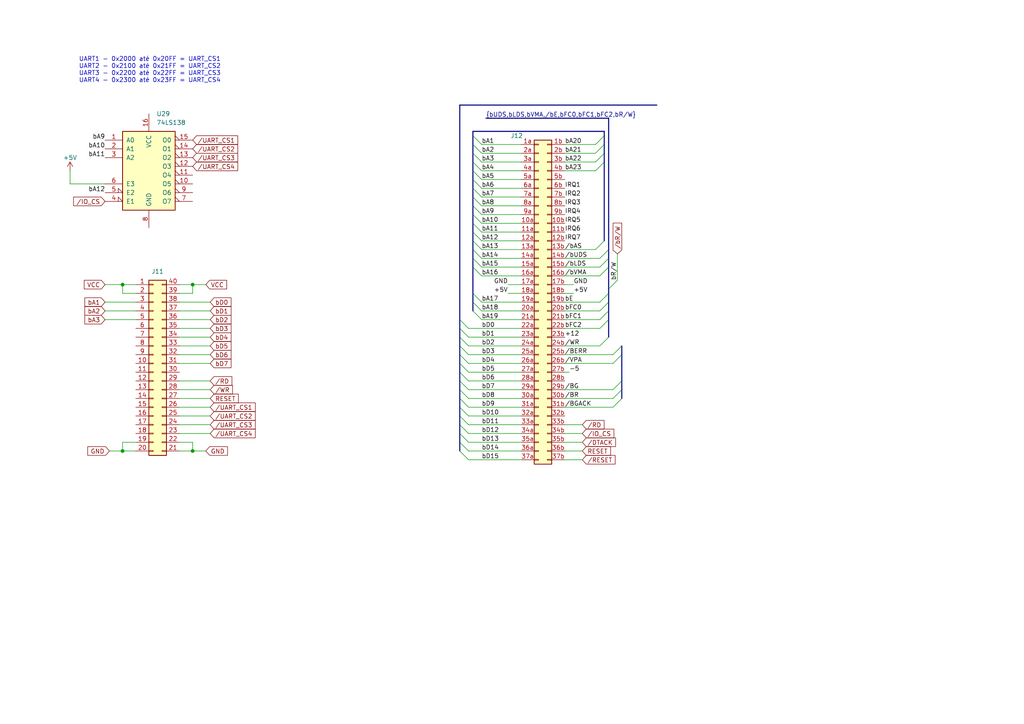
<source format=kicad_sch>
(kicad_sch (version 20230121) (generator eeschema)
  (paper "A4")
  (lib_symbols
    (symbol "74xx:74LS138" (pin_names (offset 1.016))
      (property "Reference" "U" (at -7.62 11.43 0))
      (property "Value" "74LS138" (at -7.62 -13.97 0))
      (symbol "74LS138_1_0"
        (pin input line (at -12.7 7.62 0) (length 5.08) (name "A0") (number "1"))
        (pin output output_low (at 12.7 -5.08 180) (length 5.08) (name "O5") (number "10"))
        (pin output output_low (at 12.7 -2.54 180) (length 5.08) (name "O4") (number "11"))
        (pin output output_low (at 12.7 0 180) (length 5.08) (name "O3") (number "12"))
        (pin output output_low (at 12.7 2.54 180) (length 5.08) (name "O2") (number "13"))
        (pin output output_low (at 12.7 5.08 180) (length 5.08) (name "O1") (number "14"))
        (pin output output_low (at 12.7 7.62 180) (length 5.08) (name "O0") (number "15"))
        (pin power_in line (at 0 15.24 270) (length 5.08) (name "VCC") (number "16"))
        (pin input line (at -12.7 5.08 0) (length 5.08) (name "A1") (number "2"))
        (pin input line (at -12.7 2.54 0) (length 5.08) (name "A2") (number "3"))
        (pin input input_low (at -12.7 -10.16 0) (length 5.08) (name "E1") (number "4"))
        (pin input input_low (at -12.7 -7.62 0) (length 5.08) (name "E2") (number "5"))
        (pin input line (at -12.7 -5.08 0) (length 5.08) (name "E3") (number "6"))
        (pin output output_low (at 12.7 -10.16 180) (length 5.08) (name "O7") (number "7"))
        (pin power_in line (at 0 -17.78 90) (length 5.08) (name "GND") (number "8"))
        (pin output output_low (at 12.7 -7.62 180) (length 5.08) (name "O6") (number "9"))
      )
      (symbol "74LS138_1_1"
        (rectangle (start -7.62 10.16) (end 7.62 -12.7) (stroke (width 0.254)) (fill (type background)))
      )
    )
    (symbol "Connector_Generic:Conn_02x20_Counter_Clockwise" (pin_names (offset 1.016) hide)
      (property "Reference" "J" (at 1.27 25.4 0))
      (property "Value" "Conn_02x20_Counter_Clockwise" (at 1.27 -27.94 0))
      (symbol "Conn_02x20_Counter_Clockwise_1_1"
        (rectangle (start -1.27 -25.273) (end 0 -25.527) (stroke (width 0.1524)))
        (rectangle (start -1.27 -22.733) (end 0 -22.987) (stroke (width 0.1524)))
        (rectangle (start -1.27 -20.193) (end 0 -20.447) (stroke (width 0.1524)))
        (rectangle (start -1.27 -17.653) (end 0 -17.907) (stroke (width 0.1524)))
        (rectangle (start -1.27 -15.113) (end 0 -15.367) (stroke (width 0.1524)))
        (rectangle (start -1.27 -12.573) (end 0 -12.827) (stroke (width 0.1524)))
        (rectangle (start -1.27 -10.033) (end 0 -10.287) (stroke (width 0.1524)))
        (rectangle (start -1.27 -7.493) (end 0 -7.747) (stroke (width 0.1524)))
        (rectangle (start -1.27 -4.953) (end 0 -5.207) (stroke (width 0.1524)))
        (rectangle (start -1.27 -2.413) (end 0 -2.667) (stroke (width 0.1524)))
        (rectangle (start -1.27 0.127) (end 0 -0.127) (stroke (width 0.1524)))
        (rectangle (start -1.27 2.667) (end 0 2.413) (stroke (width 0.1524)))
        (rectangle (start -1.27 5.207) (end 0 4.953) (stroke (width 0.1524)))
        (rectangle (start -1.27 7.747) (end 0 7.493) (stroke (width 0.1524)))
        (rectangle (start -1.27 10.287) (end 0 10.033) (stroke (width 0.1524)))
        (rectangle (start -1.27 12.827) (end 0 12.573) (stroke (width 0.1524)))
        (rectangle (start -1.27 15.367) (end 0 15.113) (stroke (width 0.1524)))
        (rectangle (start -1.27 17.907) (end 0 17.653) (stroke (width 0.1524)))
        (rectangle (start -1.27 20.447) (end 0 20.193) (stroke (width 0.1524)))
        (rectangle (start -1.27 22.987) (end 0 22.733) (stroke (width 0.1524)))
        (rectangle (start -1.27 24.13) (end 3.81 -26.67) (stroke (width 0.254)) (fill (type background)))
        (rectangle (start 3.81 -25.273) (end 2.54 -25.527) (stroke (width 0.1524)))
        (rectangle (start 3.81 -22.733) (end 2.54 -22.987) (stroke (width 0.1524)))
        (rectangle (start 3.81 -20.193) (end 2.54 -20.447) (stroke (width 0.1524)))
        (rectangle (start 3.81 -17.653) (end 2.54 -17.907) (stroke (width 0.1524)))
        (rectangle (start 3.81 -15.113) (end 2.54 -15.367) (stroke (width 0.1524)))
        (rectangle (start 3.81 -12.573) (end 2.54 -12.827) (stroke (width 0.1524)))
        (rectangle (start 3.81 -10.033) (end 2.54 -10.287) (stroke (width 0.1524)))
        (rectangle (start 3.81 -7.493) (end 2.54 -7.747) (stroke (width 0.1524)))
        (rectangle (start 3.81 -4.953) (end 2.54 -5.207) (stroke (width 0.1524)))
        (rectangle (start 3.81 -2.413) (end 2.54 -2.667) (stroke (width 0.1524)))
        (rectangle (start 3.81 0.127) (end 2.54 -0.127) (stroke (width 0.1524)))
        (rectangle (start 3.81 2.667) (end 2.54 2.413) (stroke (width 0.1524)))
        (rectangle (start 3.81 5.207) (end 2.54 4.953) (stroke (width 0.1524)))
        (rectangle (start 3.81 7.747) (end 2.54 7.493) (stroke (width 0.1524)))
        (rectangle (start 3.81 10.287) (end 2.54 10.033) (stroke (width 0.1524)))
        (rectangle (start 3.81 12.827) (end 2.54 12.573) (stroke (width 0.1524)))
        (rectangle (start 3.81 15.367) (end 2.54 15.113) (stroke (width 0.1524)))
        (rectangle (start 3.81 17.907) (end 2.54 17.653) (stroke (width 0.1524)))
        (rectangle (start 3.81 20.447) (end 2.54 20.193) (stroke (width 0.1524)))
        (rectangle (start 3.81 22.987) (end 2.54 22.733) (stroke (width 0.1524)))
        (pin passive line (at -5.08 22.86 0) (length 3.81) (name "Pin_1") (number "1"))
        (pin passive line (at -5.08 0 0) (length 3.81) (name "Pin_10") (number "10"))
        (pin passive line (at -5.08 -2.54 0) (length 3.81) (name "Pin_11") (number "11"))
        (pin passive line (at -5.08 -5.08 0) (length 3.81) (name "Pin_12") (number "12"))
        (pin passive line (at -5.08 -7.62 0) (length 3.81) (name "Pin_13") (number "13"))
        (pin passive line (at -5.08 -10.16 0) (length 3.81) (name "Pin_14") (number "14"))
        (pin passive line (at -5.08 -12.7 0) (length 3.81) (name "Pin_15") (number "15"))
        (pin passive line (at -5.08 -15.24 0) (length 3.81) (name "Pin_16") (number "16"))
        (pin passive line (at -5.08 -17.78 0) (length 3.81) (name "Pin_17") (number "17"))
        (pin passive line (at -5.08 -20.32 0) (length 3.81) (name "Pin_18") (number "18"))
        (pin passive line (at -5.08 -22.86 0) (length 3.81) (name "Pin_19") (number "19"))
        (pin passive line (at -5.08 20.32 0) (length 3.81) (name "Pin_2") (number "2"))
        (pin passive line (at -5.08 -25.4 0) (length 3.81) (name "Pin_20") (number "20"))
        (pin passive line (at 7.62 -25.4 180) (length 3.81) (name "Pin_21") (number "21"))
        (pin passive line (at 7.62 -22.86 180) (length 3.81) (name "Pin_22") (number "22"))
        (pin passive line (at 7.62 -20.32 180) (length 3.81) (name "Pin_23") (number "23"))
        (pin passive line (at 7.62 -17.78 180) (length 3.81) (name "Pin_24") (number "24"))
        (pin passive line (at 7.62 -15.24 180) (length 3.81) (name "Pin_25") (number "25"))
        (pin passive line (at 7.62 -12.7 180) (length 3.81) (name "Pin_26") (number "26"))
        (pin passive line (at 7.62 -10.16 180) (length 3.81) (name "Pin_27") (number "27"))
        (pin passive line (at 7.62 -7.62 180) (length 3.81) (name "Pin_28") (number "28"))
        (pin passive line (at 7.62 -5.08 180) (length 3.81) (name "Pin_29") (number "29"))
        (pin passive line (at -5.08 17.78 0) (length 3.81) (name "Pin_3") (number "3"))
        (pin passive line (at 7.62 -2.54 180) (length 3.81) (name "Pin_30") (number "30"))
        (pin passive line (at 7.62 0 180) (length 3.81) (name "Pin_31") (number "31"))
        (pin passive line (at 7.62 2.54 180) (length 3.81) (name "Pin_32") (number "32"))
        (pin passive line (at 7.62 5.08 180) (length 3.81) (name "Pin_33") (number "33"))
        (pin passive line (at 7.62 7.62 180) (length 3.81) (name "Pin_34") (number "34"))
        (pin passive line (at 7.62 10.16 180) (length 3.81) (name "Pin_35") (number "35"))
        (pin passive line (at 7.62 12.7 180) (length 3.81) (name "Pin_36") (number "36"))
        (pin passive line (at 7.62 15.24 180) (length 3.81) (name "Pin_37") (number "37"))
        (pin passive line (at 7.62 17.78 180) (length 3.81) (name "Pin_38") (number "38"))
        (pin passive line (at 7.62 20.32 180) (length 3.81) (name "Pin_39") (number "39"))
        (pin passive line (at -5.08 15.24 0) (length 3.81) (name "Pin_4") (number "4"))
        (pin passive line (at 7.62 22.86 180) (length 3.81) (name "Pin_40") (number "40"))
        (pin passive line (at -5.08 12.7 0) (length 3.81) (name "Pin_5") (number "5"))
        (pin passive line (at -5.08 10.16 0) (length 3.81) (name "Pin_6") (number "6"))
        (pin passive line (at -5.08 7.62 0) (length 3.81) (name "Pin_7") (number "7"))
        (pin passive line (at -5.08 5.08 0) (length 3.81) (name "Pin_8") (number "8"))
        (pin passive line (at -5.08 2.54 0) (length 3.81) (name "Pin_9") (number "9"))
      )
    )
    (symbol "Connector_Generic:Conn_02x37_Row_Letter_Last" (pin_names (offset 1.016) hide)
      (property "Reference" "J" (at 1.27 48.26 0))
      (property "Value" "Conn_02x37_Row_Letter_Last" (at 1.27 -48.26 0))
      (symbol "Conn_02x37_Row_Letter_Last_1_1"
        (rectangle (start -1.27 -45.593) (end 0 -45.847) (stroke (width 0.1524)))
        (rectangle (start -1.27 -43.053) (end 0 -43.307) (stroke (width 0.1524)))
        (rectangle (start -1.27 -40.513) (end 0 -40.767) (stroke (width 0.1524)))
        (rectangle (start -1.27 -37.973) (end 0 -38.227) (stroke (width 0.1524)))
        (rectangle (start -1.27 -35.433) (end 0 -35.687) (stroke (width 0.1524)))
        (rectangle (start -1.27 -32.893) (end 0 -33.147) (stroke (width 0.1524)))
        (rectangle (start -1.27 -30.353) (end 0 -30.607) (stroke (width 0.1524)))
        (rectangle (start -1.27 -27.813) (end 0 -28.067) (stroke (width 0.1524)))
        (rectangle (start -1.27 -25.273) (end 0 -25.527) (stroke (width 0.1524)))
        (rectangle (start -1.27 -22.733) (end 0 -22.987) (stroke (width 0.1524)))
        (rectangle (start -1.27 -20.193) (end 0 -20.447) (stroke (width 0.1524)))
        (rectangle (start -1.27 -17.653) (end 0 -17.907) (stroke (width 0.1524)))
        (rectangle (start -1.27 -15.113) (end 0 -15.367) (stroke (width 0.1524)))
        (rectangle (start -1.27 -12.573) (end 0 -12.827) (stroke (width 0.1524)))
        (rectangle (start -1.27 -10.033) (end 0 -10.287) (stroke (width 0.1524)))
        (rectangle (start -1.27 -7.493) (end 0 -7.747) (stroke (width 0.1524)))
        (rectangle (start -1.27 -4.953) (end 0 -5.207) (stroke (width 0.1524)))
        (rectangle (start -1.27 -2.413) (end 0 -2.667) (stroke (width 0.1524)))
        (rectangle (start -1.27 0.127) (end 0 -0.127) (stroke (width 0.1524)))
        (rectangle (start -1.27 2.667) (end 0 2.413) (stroke (width 0.1524)))
        (rectangle (start -1.27 5.207) (end 0 4.953) (stroke (width 0.1524)))
        (rectangle (start -1.27 7.747) (end 0 7.493) (stroke (width 0.1524)))
        (rectangle (start -1.27 10.287) (end 0 10.033) (stroke (width 0.1524)))
        (rectangle (start -1.27 12.827) (end 0 12.573) (stroke (width 0.1524)))
        (rectangle (start -1.27 15.367) (end 0 15.113) (stroke (width 0.1524)))
        (rectangle (start -1.27 17.907) (end 0 17.653) (stroke (width 0.1524)))
        (rectangle (start -1.27 20.447) (end 0 20.193) (stroke (width 0.1524)))
        (rectangle (start -1.27 22.987) (end 0 22.733) (stroke (width 0.1524)))
        (rectangle (start -1.27 25.527) (end 0 25.273) (stroke (width 0.1524)))
        (rectangle (start -1.27 28.067) (end 0 27.813) (stroke (width 0.1524)))
        (rectangle (start -1.27 30.607) (end 0 30.353) (stroke (width 0.1524)))
        (rectangle (start -1.27 33.147) (end 0 32.893) (stroke (width 0.1524)))
        (rectangle (start -1.27 35.687) (end 0 35.433) (stroke (width 0.1524)))
        (rectangle (start -1.27 38.227) (end 0 37.973) (stroke (width 0.1524)))
        (rectangle (start -1.27 40.767) (end 0 40.513) (stroke (width 0.1524)))
        (rectangle (start -1.27 43.307) (end 0 43.053) (stroke (width 0.1524)))
        (rectangle (start -1.27 45.847) (end 0 45.593) (stroke (width 0.1524)))
        (rectangle (start -1.27 46.99) (end 3.81 -46.99) (stroke (width 0.254)) (fill (type background)))
        (rectangle (start 3.81 -45.593) (end 2.54 -45.847) (stroke (width 0.1524)))
        (rectangle (start 3.81 -43.053) (end 2.54 -43.307) (stroke (width 0.1524)))
        (rectangle (start 3.81 -40.513) (end 2.54 -40.767) (stroke (width 0.1524)))
        (rectangle (start 3.81 -37.973) (end 2.54 -38.227) (stroke (width 0.1524)))
        (rectangle (start 3.81 -35.433) (end 2.54 -35.687) (stroke (width 0.1524)))
        (rectangle (start 3.81 -32.893) (end 2.54 -33.147) (stroke (width 0.1524)))
        (rectangle (start 3.81 -30.353) (end 2.54 -30.607) (stroke (width 0.1524)))
        (rectangle (start 3.81 -27.813) (end 2.54 -28.067) (stroke (width 0.1524)))
        (rectangle (start 3.81 -25.273) (end 2.54 -25.527) (stroke (width 0.1524)))
        (rectangle (start 3.81 -22.733) (end 2.54 -22.987) (stroke (width 0.1524)))
        (rectangle (start 3.81 -20.193) (end 2.54 -20.447) (stroke (width 0.1524)))
        (rectangle (start 3.81 -17.653) (end 2.54 -17.907) (stroke (width 0.1524)))
        (rectangle (start 3.81 -15.113) (end 2.54 -15.367) (stroke (width 0.1524)))
        (rectangle (start 3.81 -12.573) (end 2.54 -12.827) (stroke (width 0.1524)))
        (rectangle (start 3.81 -10.033) (end 2.54 -10.287) (stroke (width 0.1524)))
        (rectangle (start 3.81 -7.493) (end 2.54 -7.747) (stroke (width 0.1524)))
        (rectangle (start 3.81 -4.953) (end 2.54 -5.207) (stroke (width 0.1524)))
        (rectangle (start 3.81 -2.413) (end 2.54 -2.667) (stroke (width 0.1524)))
        (rectangle (start 3.81 0.127) (end 2.54 -0.127) (stroke (width 0.1524)))
        (rectangle (start 3.81 2.667) (end 2.54 2.413) (stroke (width 0.1524)))
        (rectangle (start 3.81 5.207) (end 2.54 4.953) (stroke (width 0.1524)))
        (rectangle (start 3.81 7.747) (end 2.54 7.493) (stroke (width 0.1524)))
        (rectangle (start 3.81 10.287) (end 2.54 10.033) (stroke (width 0.1524)))
        (rectangle (start 3.81 12.827) (end 2.54 12.573) (stroke (width 0.1524)))
        (rectangle (start 3.81 15.367) (end 2.54 15.113) (stroke (width 0.1524)))
        (rectangle (start 3.81 17.907) (end 2.54 17.653) (stroke (width 0.1524)))
        (rectangle (start 3.81 20.447) (end 2.54 20.193) (stroke (width 0.1524)))
        (rectangle (start 3.81 22.987) (end 2.54 22.733) (stroke (width 0.1524)))
        (rectangle (start 3.81 25.527) (end 2.54 25.273) (stroke (width 0.1524)))
        (rectangle (start 3.81 28.067) (end 2.54 27.813) (stroke (width 0.1524)))
        (rectangle (start 3.81 30.607) (end 2.54 30.353) (stroke (width 0.1524)))
        (rectangle (start 3.81 33.147) (end 2.54 32.893) (stroke (width 0.1524)))
        (rectangle (start 3.81 35.687) (end 2.54 35.433) (stroke (width 0.1524)))
        (rectangle (start 3.81 38.227) (end 2.54 37.973) (stroke (width 0.1524)))
        (rectangle (start 3.81 40.767) (end 2.54 40.513) (stroke (width 0.1524)))
        (rectangle (start 3.81 43.307) (end 2.54 43.053) (stroke (width 0.1524)))
        (rectangle (start 3.81 45.847) (end 2.54 45.593) (stroke (width 0.1524)))
        (pin passive line (at -5.08 22.86 0) (length 3.81) (name "Pin_10a") (number "10a"))
        (pin passive line (at 7.62 22.86 180) (length 3.81) (name "Pin_10b") (number "10b"))
        (pin passive line (at -5.08 20.32 0) (length 3.81) (name "Pin_11a") (number "11a"))
        (pin passive line (at 7.62 20.32 180) (length 3.81) (name "Pin_11b") (number "11b"))
        (pin passive line (at -5.08 17.78 0) (length 3.81) (name "Pin_12a") (number "12a"))
        (pin passive line (at 7.62 17.78 180) (length 3.81) (name "Pin_12b") (number "12b"))
        (pin passive line (at -5.08 15.24 0) (length 3.81) (name "Pin_13a") (number "13a"))
        (pin passive line (at 7.62 15.24 180) (length 3.81) (name "Pin_13b") (number "13b"))
        (pin passive line (at -5.08 12.7 0) (length 3.81) (name "Pin_14a") (number "14a"))
        (pin passive line (at 7.62 12.7 180) (length 3.81) (name "Pin_14b") (number "14b"))
        (pin passive line (at -5.08 10.16 0) (length 3.81) (name "Pin_15a") (number "15a"))
        (pin passive line (at 7.62 10.16 180) (length 3.81) (name "Pin_15b") (number "15b"))
        (pin passive line (at -5.08 7.62 0) (length 3.81) (name "Pin_16a") (number "16a"))
        (pin passive line (at 7.62 7.62 180) (length 3.81) (name "Pin_16b") (number "16b"))
        (pin passive line (at -5.08 5.08 0) (length 3.81) (name "Pin_17a") (number "17a"))
        (pin passive line (at 7.62 5.08 180) (length 3.81) (name "Pin_17b") (number "17b"))
        (pin passive line (at -5.08 2.54 0) (length 3.81) (name "Pin_18a") (number "18a"))
        (pin passive line (at 7.62 2.54 180) (length 3.81) (name "Pin_18b") (number "18b"))
        (pin passive line (at -5.08 0 0) (length 3.81) (name "Pin_19a") (number "19a"))
        (pin passive line (at 7.62 0 180) (length 3.81) (name "Pin_19b") (number "19b"))
        (pin passive line (at -5.08 45.72 0) (length 3.81) (name "Pin_1a") (number "1a"))
        (pin passive line (at 7.62 45.72 180) (length 3.81) (name "Pin_1b") (number "1b"))
        (pin passive line (at -5.08 -2.54 0) (length 3.81) (name "Pin_20a") (number "20a"))
        (pin passive line (at 7.62 -2.54 180) (length 3.81) (name "Pin_20b") (number "20b"))
        (pin passive line (at -5.08 -5.08 0) (length 3.81) (name "Pin_21a") (number "21a"))
        (pin passive line (at 7.62 -5.08 180) (length 3.81) (name "Pin_21b") (number "21b"))
        (pin passive line (at -5.08 -7.62 0) (length 3.81) (name "Pin_22a") (number "22a"))
        (pin passive line (at 7.62 -7.62 180) (length 3.81) (name "Pin_22b") (number "22b"))
        (pin passive line (at -5.08 -10.16 0) (length 3.81) (name "Pin_23a") (number "23a"))
        (pin passive line (at 7.62 -10.16 180) (length 3.81) (name "Pin_23b") (number "23b"))
        (pin passive line (at -5.08 -12.7 0) (length 3.81) (name "Pin_24a") (number "24a"))
        (pin passive line (at 7.62 -12.7 180) (length 3.81) (name "Pin_24b") (number "24b"))
        (pin passive line (at -5.08 -15.24 0) (length 3.81) (name "Pin_25a") (number "25a"))
        (pin passive line (at 7.62 -15.24 180) (length 3.81) (name "Pin_25b") (number "25b"))
        (pin passive line (at -5.08 -17.78 0) (length 3.81) (name "Pin_26a") (number "26a"))
        (pin passive line (at 7.62 -17.78 180) (length 3.81) (name "Pin_26b") (number "26b"))
        (pin passive line (at -5.08 -20.32 0) (length 3.81) (name "Pin_27a") (number "27a"))
        (pin passive line (at 7.62 -20.32 180) (length 3.81) (name "Pin_27b") (number "27b"))
        (pin passive line (at -5.08 -22.86 0) (length 3.81) (name "Pin_28a") (number "28a"))
        (pin passive line (at 7.62 -22.86 180) (length 3.81) (name "Pin_28b") (number "28b"))
        (pin passive line (at -5.08 -25.4 0) (length 3.81) (name "Pin_29a") (number "29a"))
        (pin passive line (at 7.62 -25.4 180) (length 3.81) (name "Pin_29b") (number "29b"))
        (pin passive line (at -5.08 43.18 0) (length 3.81) (name "Pin_2a") (number "2a"))
        (pin passive line (at 7.62 43.18 180) (length 3.81) (name "Pin_2b") (number "2b"))
        (pin passive line (at -5.08 -27.94 0) (length 3.81) (name "Pin_30a") (number "30a"))
        (pin passive line (at 7.62 -27.94 180) (length 3.81) (name "Pin_30b") (number "30b"))
        (pin passive line (at -5.08 -30.48 0) (length 3.81) (name "Pin_31a") (number "31a"))
        (pin passive line (at 7.62 -30.48 180) (length 3.81) (name "Pin_31b") (number "31b"))
        (pin passive line (at -5.08 -33.02 0) (length 3.81) (name "Pin_32a") (number "32a"))
        (pin passive line (at 7.62 -33.02 180) (length 3.81) (name "Pin_32b") (number "32b"))
        (pin passive line (at -5.08 -35.56 0) (length 3.81) (name "Pin_33a") (number "33a"))
        (pin passive line (at 7.62 -35.56 180) (length 3.81) (name "Pin_33b") (number "33b"))
        (pin passive line (at -5.08 -38.1 0) (length 3.81) (name "Pin_34a") (number "34a"))
        (pin passive line (at 7.62 -38.1 180) (length 3.81) (name "Pin_34b") (number "34b"))
        (pin passive line (at -5.08 -40.64 0) (length 3.81) (name "Pin_35a") (number "35a"))
        (pin passive line (at 7.62 -40.64 180) (length 3.81) (name "Pin_35b") (number "35b"))
        (pin passive line (at -5.08 -43.18 0) (length 3.81) (name "Pin_36a") (number "36a"))
        (pin passive line (at 7.62 -43.18 180) (length 3.81) (name "Pin_36b") (number "36b"))
        (pin passive line (at -5.08 -45.72 0) (length 3.81) (name "Pin_37a") (number "37a"))
        (pin passive line (at 7.62 -45.72 180) (length 3.81) (name "Pin_37b") (number "37b"))
        (pin passive line (at -5.08 40.64 0) (length 3.81) (name "Pin_3a") (number "3a"))
        (pin passive line (at 7.62 40.64 180) (length 3.81) (name "Pin_3b") (number "3b"))
        (pin passive line (at -5.08 38.1 0) (length 3.81) (name "Pin_4a") (number "4a"))
        (pin passive line (at 7.62 38.1 180) (length 3.81) (name "Pin_4b") (number "4b"))
        (pin passive line (at -5.08 35.56 0) (length 3.81) (name "Pin_5a") (number "5a"))
        (pin passive line (at 7.62 35.56 180) (length 3.81) (name "Pin_5b") (number "5b"))
        (pin passive line (at -5.08 33.02 0) (length 3.81) (name "Pin_6a") (number "6a"))
        (pin passive line (at 7.62 33.02 180) (length 3.81) (name "Pin_6b") (number "6b"))
        (pin passive line (at -5.08 30.48 0) (length 3.81) (name "Pin_7a") (number "7a"))
        (pin passive line (at 7.62 30.48 180) (length 3.81) (name "Pin_7b") (number "7b"))
        (pin passive line (at -5.08 27.94 0) (length 3.81) (name "Pin_8a") (number "8a"))
        (pin passive line (at 7.62 27.94 180) (length 3.81) (name "Pin_8b") (number "8b"))
        (pin passive line (at -5.08 25.4 0) (length 3.81) (name "Pin_9a") (number "9a"))
        (pin passive line (at 7.62 25.4 180) (length 3.81) (name "Pin_9b") (number "9b"))
      )
    )
    (symbol "power:+5V" (power) (pin_names (offset 0))
      (property "Value" "+5V" (at 0 3.556 0))
      (symbol "+5V_0_1"
        (polyline (pts (xy -0.762 1.27) (xy 0 2.54)))
        (polyline (pts (xy 0 0) (xy 0 2.54)))
        (polyline (pts (xy 0 2.54) (xy 0.762 1.27)))
      )
      (symbol "+5V_1_1"
        (pin power_in line (at 0 0 90) (length 0) hide (name "+5V") (number "1"))
      )
    )
  )
  (junction (at 55.88 82.55))
  (junction (at 55.88 130.81))
  (junction (at 35.56 82.55))
  (junction (at 35.56 130.81))
  (bus_entry (at 133.35 105.41) (size 2.54 2.54))
  (bus_entry (at 176.53 90.17) (size -2.54 2.54))
  (bus_entry (at 137.16 62.23) (size 2.54 2.54))
  (bus_entry (at 137.16 77.47) (size 2.54 2.54))
  (bus_entry (at 133.35 123.19) (size 2.54 2.54))
  (bus_entry (at 175.26 39.37) (size -2.54 2.54))
  (bus_entry (at 180.34 110.49) (size -2.54 2.54))
  (bus_entry (at 133.35 100.33) (size 2.54 2.54))
  (bus_entry (at 137.16 69.85) (size 2.54 2.54))
  (bus_entry (at 137.16 87.63) (size 2.54 2.54))
  (bus_entry (at 176.53 77.47) (size -2.54 2.54))
  (bus_entry (at 133.35 125.73) (size 2.54 2.54))
  (bus_entry (at 175.26 44.45) (size -2.54 2.54))
  (bus_entry (at 176.53 74.93) (size -2.54 2.54))
  (bus_entry (at 176.53 97.79) (size -2.54 2.54))
  (bus_entry (at 137.16 44.45) (size 2.54 2.54))
  (bus_entry (at 180.34 102.87) (size -2.54 2.54))
  (bus_entry (at 137.16 59.69) (size 2.54 2.54))
  (bus_entry (at 133.35 128.27) (size 2.54 2.54))
  (bus_entry (at 137.16 57.15) (size 2.54 2.54))
  (bus_entry (at 176.53 85.09) (size -2.54 2.54))
  (bus_entry (at 133.35 130.81) (size 2.54 2.54))
  (bus_entry (at 133.35 107.95) (size 2.54 2.54))
  (bus_entry (at 137.16 67.31) (size 2.54 2.54))
  (bus_entry (at 137.16 54.61) (size 2.54 2.54))
  (bus_entry (at 137.16 46.99) (size 2.54 2.54))
  (bus_entry (at 133.35 120.65) (size 2.54 2.54))
  (bus_entry (at 176.53 92.71) (size -2.54 2.54))
  (bus_entry (at 176.53 72.39) (size -2.54 2.54))
  (bus_entry (at 176.53 87.63) (size -2.54 2.54))
  (bus_entry (at 137.16 41.91) (size 2.54 2.54))
  (bus_entry (at 133.35 95.25) (size 2.54 2.54))
  (bus_entry (at 175.26 46.99) (size -2.54 2.54))
  (bus_entry (at 133.35 97.79) (size 2.54 2.54))
  (bus_entry (at 137.16 49.53) (size 2.54 2.54))
  (bus_entry (at 137.16 64.77) (size 2.54 2.54))
  (bus_entry (at 175.26 41.91) (size -2.54 2.54))
  (bus_entry (at 176.53 83.82) (size 2.54 -2.54))
  (bus_entry (at 133.35 113.03) (size 2.54 2.54))
  (bus_entry (at 133.35 102.87) (size 2.54 2.54))
  (bus_entry (at 137.16 74.93) (size 2.54 2.54))
  (bus_entry (at 133.35 92.71) (size 2.54 2.54))
  (bus_entry (at 137.16 72.39) (size 2.54 2.54))
  (bus_entry (at 137.16 52.07) (size 2.54 2.54))
  (bus_entry (at 133.35 118.11) (size 2.54 2.54))
  (bus_entry (at 180.34 113.03) (size -2.54 2.54))
  (bus_entry (at 133.35 115.57) (size 2.54 2.54))
  (bus_entry (at 137.16 85.09) (size 2.54 2.54))
  (bus_entry (at 175.26 69.85) (size -2.54 2.54))
  (bus_entry (at 137.16 39.37) (size 2.54 2.54))
  (bus_entry (at 180.34 100.33) (size -2.54 2.54))
  (bus_entry (at 133.35 110.49) (size 2.54 2.54))
  (bus_entry (at 180.34 115.57) (size -2.54 2.54))
  (bus_entry (at 137.16 90.17) (size 2.54 2.54))
  (wire (pts (xy 173.99 90.17) (xy 163.83 90.17)))
  (bus (pts (xy 175.26 39.37) (xy 175.26 41.91)))
  (bus (pts (xy 137.16 38.1) (xy 175.26 38.1)))
  (wire (pts (xy 172.72 44.45) (xy 163.83 44.45)))
  (bus (pts (xy 176.53 83.82) (xy 176.53 85.09)))
  (bus (pts (xy 175.26 44.45) (xy 175.26 46.99)))
  (wire (pts (xy 172.72 41.91) (xy 163.83 41.91)))
  (wire (pts (xy 52.07 128.27) (xy 55.88 128.27)))
  (bus (pts (xy 133.35 102.87) (xy 133.35 105.41)))
  (wire (pts (xy 163.83 82.55) (xy 166.37 82.55)))
  (wire (pts (xy 177.8 118.11) (xy 163.83 118.11)))
  (wire (pts (xy 139.7 64.77) (xy 151.13 64.77)))
  (wire (pts (xy 139.7 74.93) (xy 151.13 74.93)))
  (wire (pts (xy 139.7 92.71) (xy 151.13 92.71)))
  (bus (pts (xy 133.35 120.65) (xy 133.35 123.19)))
  (bus (pts (xy 133.35 97.79) (xy 133.35 100.33)))
  (wire (pts (xy 139.7 80.01) (xy 151.13 80.01)))
  (wire (pts (xy 60.96 123.19) (xy 52.07 123.19)))
  (wire (pts (xy 20.32 53.34) (xy 30.48 53.34)))
  (wire (pts (xy 179.07 73.66) (xy 179.07 81.28)))
  (bus (pts (xy 137.16 49.53) (xy 137.16 52.07)))
  (bus (pts (xy 176.53 77.47) (xy 176.53 83.82)))
  (bus (pts (xy 180.34 102.87) (xy 180.34 110.49)))
  (wire (pts (xy 173.99 77.47) (xy 163.83 77.47)))
  (wire (pts (xy 139.7 87.63) (xy 151.13 87.63)))
  (wire (pts (xy 60.96 92.71) (xy 52.07 92.71)))
  (bus (pts (xy 137.16 67.31) (xy 137.16 69.85)))
  (wire (pts (xy 135.89 97.79) (xy 151.13 97.79)))
  (wire (pts (xy 60.96 105.41) (xy 52.07 105.41)))
  (bus (pts (xy 137.16 74.93) (xy 137.16 77.47)))
  (bus (pts (xy 133.35 128.27) (xy 133.35 130.81)))
  (bus (pts (xy 133.35 113.03) (xy 133.35 115.57)))
  (bus (pts (xy 176.53 72.39) (xy 176.53 74.93)))
  (bus (pts (xy 180.34 110.49) (xy 180.34 113.03)))
  (wire (pts (xy 139.7 77.47) (xy 151.13 77.47)))
  (wire (pts (xy 60.96 125.73) (xy 52.07 125.73)))
  (wire (pts (xy 60.96 115.57) (xy 52.07 115.57)))
  (wire (pts (xy 173.99 87.63) (xy 163.83 87.63)))
  (wire (pts (xy 60.96 102.87) (xy 52.07 102.87)))
  (wire (pts (xy 135.89 115.57) (xy 151.13 115.57)))
  (wire (pts (xy 59.69 130.81) (xy 55.88 130.81)))
  (bus (pts (xy 176.53 85.09) (xy 176.53 87.63)))
  (wire (pts (xy 135.89 95.25) (xy 151.13 95.25)))
  (wire (pts (xy 135.89 100.33) (xy 151.13 100.33)))
  (bus (pts (xy 180.34 113.03) (xy 180.34 115.57)))
  (bus (pts (xy 133.35 125.73) (xy 133.35 128.27)))
  (wire (pts (xy 30.48 87.63) (xy 39.37 87.63)))
  (wire (pts (xy 20.32 49.53) (xy 20.32 53.34)))
  (wire (pts (xy 52.07 85.09) (xy 55.88 85.09)))
  (bus (pts (xy 176.53 74.93) (xy 176.53 77.47)))
  (bus (pts (xy 137.16 72.39) (xy 137.16 74.93)))
  (wire (pts (xy 35.56 82.55) (xy 39.37 82.55)))
  (wire (pts (xy 60.96 95.25) (xy 52.07 95.25)))
  (bus (pts (xy 133.35 105.41) (xy 133.35 107.95)))
  (wire (pts (xy 147.32 82.55) (xy 151.13 82.55)))
  (wire (pts (xy 135.89 118.11) (xy 151.13 118.11)))
  (wire (pts (xy 172.72 49.53) (xy 163.83 49.53)))
  (wire (pts (xy 35.56 128.27) (xy 35.56 130.81)))
  (bus (pts (xy 137.16 85.09) (xy 137.16 87.63)))
  (bus (pts (xy 176.53 92.71) (xy 176.53 97.79)))
  (wire (pts (xy 55.88 82.55) (xy 55.88 85.09)))
  (wire (pts (xy 135.89 128.27) (xy 151.13 128.27)))
  (wire (pts (xy 177.8 115.57) (xy 163.83 115.57)))
  (wire (pts (xy 173.99 74.93) (xy 163.83 74.93)))
  (bus (pts (xy 133.35 110.49) (xy 133.35 113.03)))
  (wire (pts (xy 55.88 82.55) (xy 59.69 82.55)))
  (wire (pts (xy 139.7 57.15) (xy 151.13 57.15)))
  (bus (pts (xy 176.53 34.29) (xy 176.53 72.39)))
  (bus (pts (xy 137.16 39.37) (xy 137.16 41.91)))
  (wire (pts (xy 139.7 72.39) (xy 151.13 72.39)))
  (wire (pts (xy 135.89 130.81) (xy 151.13 130.81)))
  (wire (pts (xy 35.56 128.27) (xy 39.37 128.27)))
  (wire (pts (xy 173.99 80.01) (xy 163.83 80.01)))
  (wire (pts (xy 173.99 92.71) (xy 163.83 92.71)))
  (bus (pts (xy 133.35 107.95) (xy 133.35 110.49)))
  (wire (pts (xy 177.8 105.41) (xy 163.83 105.41)))
  (wire (pts (xy 135.89 123.19) (xy 151.13 123.19)))
  (wire (pts (xy 60.96 113.03) (xy 52.07 113.03)))
  (wire (pts (xy 139.7 62.23) (xy 151.13 62.23)))
  (wire (pts (xy 60.96 118.11) (xy 52.07 118.11)))
  (wire (pts (xy 166.37 85.09) (xy 163.83 85.09)))
  (wire (pts (xy 173.99 95.25) (xy 163.83 95.25)))
  (wire (pts (xy 135.89 133.35) (xy 151.13 133.35)))
  (wire (pts (xy 30.48 92.71) (xy 39.37 92.71)))
  (bus (pts (xy 137.16 41.91) (xy 137.16 44.45)))
  (wire (pts (xy 139.7 59.69) (xy 151.13 59.69)))
  (wire (pts (xy 139.7 52.07) (xy 151.13 52.07)))
  (bus (pts (xy 137.16 38.1) (xy 137.16 39.37)))
  (wire (pts (xy 139.7 46.99) (xy 151.13 46.99)))
  (wire (pts (xy 139.7 69.85) (xy 151.13 69.85)))
  (wire (pts (xy 135.89 107.95) (xy 151.13 107.95)))
  (bus (pts (xy 176.53 90.17) (xy 176.53 92.71)))
  (wire (pts (xy 163.83 133.35) (xy 168.91 133.35)))
  (wire (pts (xy 35.56 82.55) (xy 35.56 85.09)))
  (wire (pts (xy 168.91 125.73) (xy 163.83 125.73)))
  (wire (pts (xy 35.56 85.09) (xy 39.37 85.09)))
  (bus (pts (xy 176.53 87.63) (xy 176.53 90.17)))
  (bus (pts (xy 133.35 100.33) (xy 133.35 102.87)))
  (bus (pts (xy 137.16 62.23) (xy 137.16 64.77)))
  (bus (pts (xy 137.16 59.69) (xy 137.16 62.23)))
  (bus (pts (xy 137.16 87.63) (xy 137.16 90.17)))
  (wire (pts (xy 165.1 107.95) (xy 163.83 107.95)))
  (bus (pts (xy 137.16 57.15) (xy 137.16 59.69)))
  (wire (pts (xy 177.8 113.03) (xy 163.83 113.03)))
  (wire (pts (xy 135.89 113.03) (xy 151.13 113.03)))
  (bus (pts (xy 133.35 30.48) (xy 133.35 92.71)))
  (bus (pts (xy 175.26 38.1) (xy 175.26 39.37)))
  (wire (pts (xy 135.89 105.41) (xy 151.13 105.41)))
  (wire (pts (xy 172.72 46.99) (xy 163.83 46.99)))
  (wire (pts (xy 135.89 125.73) (xy 151.13 125.73)))
  (wire (pts (xy 173.99 100.33) (xy 163.83 100.33)))
  (bus (pts (xy 140.97 34.29) (xy 176.53 34.29)))
  (wire (pts (xy 168.91 123.19) (xy 163.83 123.19)))
  (wire (pts (xy 139.7 90.17) (xy 151.13 90.17)))
  (bus (pts (xy 137.16 77.47) (xy 137.16 85.09)))
  (wire (pts (xy 168.91 128.27) (xy 163.83 128.27)))
  (bus (pts (xy 180.34 100.33) (xy 180.34 102.87)))
  (wire (pts (xy 60.96 110.49) (xy 52.07 110.49)))
  (bus (pts (xy 133.35 115.57) (xy 133.35 118.11)))
  (bus (pts (xy 175.26 46.99) (xy 175.26 69.85)))
  (bus (pts (xy 137.16 52.07) (xy 137.16 54.61)))
  (wire (pts (xy 139.7 49.53) (xy 151.13 49.53)))
  (wire (pts (xy 52.07 82.55) (xy 55.88 82.55)))
  (bus (pts (xy 137.16 46.99) (xy 137.16 49.53)))
  (bus (pts (xy 133.35 95.25) (xy 133.35 97.79)))
  (wire (pts (xy 135.89 110.49) (xy 151.13 110.49)))
  (wire (pts (xy 163.83 130.81) (xy 168.91 130.81)))
  (bus (pts (xy 133.35 30.48) (xy 190.5 30.48)))
  (wire (pts (xy 139.7 54.61) (xy 151.13 54.61)))
  (wire (pts (xy 172.72 72.39) (xy 163.83 72.39)))
  (wire (pts (xy 135.89 120.65) (xy 151.13 120.65)))
  (wire (pts (xy 31.75 130.81) (xy 35.56 130.81)))
  (bus (pts (xy 137.16 44.45) (xy 137.16 46.99)))
  (wire (pts (xy 60.96 90.17) (xy 52.07 90.17)))
  (wire (pts (xy 55.88 130.81) (xy 52.07 130.81)))
  (bus (pts (xy 137.16 64.77) (xy 137.16 67.31)))
  (wire (pts (xy 139.7 67.31) (xy 151.13 67.31)))
  (bus (pts (xy 137.16 54.61) (xy 137.16 57.15)))
  (wire (pts (xy 60.96 87.63) (xy 52.07 87.63)))
  (wire (pts (xy 30.48 90.17) (xy 39.37 90.17)))
  (wire (pts (xy 147.32 85.09) (xy 151.13 85.09)))
  (wire (pts (xy 139.7 44.45) (xy 151.13 44.45)))
  (wire (pts (xy 135.89 102.87) (xy 151.13 102.87)))
  (bus (pts (xy 133.35 118.11) (xy 133.35 120.65)))
  (bus (pts (xy 137.16 69.85) (xy 137.16 72.39)))
  (bus (pts (xy 133.35 123.19) (xy 133.35 125.73)))
  (wire (pts (xy 60.96 97.79) (xy 52.07 97.79)))
  (wire (pts (xy 139.7 41.91) (xy 151.13 41.91)))
  (wire (pts (xy 55.88 128.27) (xy 55.88 130.81)))
  (bus (pts (xy 175.26 41.91) (xy 175.26 44.45)))
  (wire (pts (xy 60.96 100.33) (xy 52.07 100.33)))
  (bus (pts (xy 133.35 92.71) (xy 133.35 95.25)))
  (wire (pts (xy 60.96 120.65) (xy 52.07 120.65)))
  (wire (pts (xy 30.48 82.55) (xy 35.56 82.55)))
  (wire (pts (xy 35.56 130.81) (xy 39.37 130.81)))
  (wire (pts (xy 177.8 102.87) (xy 163.83 102.87)))
  (text "UART1 - 0x2000 até 0x20FF = UART_CS1                  \nUART2 - 0x2100 até 0x21FF = UART_CS2                                                   \nUART3 - 0x2200 até 0x22FF = UART_CS3                                                   \nUART4 - 0x2300 até 0x23FF = UART_CS4" (at 22.86 24.13 0) (effects (font (size 1.27 1.27)) (justify left bottom)))
  (label "bD11" (at 139.7 123.19 0))
  (label "bFC2" (at 163.83 95.25 0))
  (label "+5V" (at 147.32 85.09 180))
  (label "bA21" (at 163.83 44.45 0))
  (label "IRQ3" (at 163.83 59.69 0))
  (label "bD8" (at 139.7 115.57 0))
  (label "bA9" (at 139.7 62.23 0))
  (label "bA3" (at 139.7 46.99 0))
  (label "IRQ6" (at 163.83 67.31 0))
  (label "bA7" (at 139.7 57.15 0))
  (label "bA16" (at 139.7 80.01 0))
  (label "bA5" (at 139.7 52.07 0))
  (label "bD12" (at 139.7 125.73 0))
  (label "{slash}BR" (at 163.83 115.57 0))
  (label "IRQ1" (at 163.83 54.61 0))
  (label "bD0" (at 139.7 95.25 0))
  (label "bD4" (at 139.7 105.41 0))
  (label "bA22" (at 163.83 46.99 0))
  (label "{slash}VPA" (at 163.83 105.41 0))
  (label "bD13" (at 139.7 128.27 0))
  (label "bE" (at 163.83 87.63 0))
  (label "{slash}BGACK" (at 163.83 118.11 0))
  (label "{bUDS,bLDS,bVMA,{slash}bE,bFC0,bFC1,bFC2,bR{slash}W}" (at 140.97 34.29 0))
  (label "GND" (at 166.37 82.55 0))
  (label "{slash}bAS" (at 163.83 72.39 0))
  (label "bA9" (at 30.48 40.64 180))
  (label "{slash}bVMA" (at 163.83 80.01 0))
  (label "bA18" (at 139.7 90.17 0))
  (label "IRQ2" (at 163.83 57.15 0))
  (label "bFC0" (at 163.83 90.17 0))
  (label "-5" (at 165.1 107.95 0))
  (label "bD14" (at 139.7 130.81 0))
  (label "bD3" (at 139.7 102.87 0))
  (label "IRQ7" (at 163.83 69.85 0))
  (label "bD15" (at 139.7 133.35 0))
  (label "bA1" (at 139.7 41.91 0))
  (label "bA8" (at 139.7 59.69 0))
  (label "bFC1" (at 163.83 92.71 0))
  (label "bA15" (at 139.7 77.47 0))
  (label "+5V" (at 166.37 85.09 0))
  (label "bA12" (at 30.48 55.88 180))
  (label "bD1" (at 139.7 97.79 0))
  (label "bD10" (at 139.7 120.65 0))
  (label "bA13" (at 139.7 72.39 0))
  (label "bA11" (at 139.7 67.31 0))
  (label "bA19" (at 139.7 92.71 0))
  (label "bA14" (at 139.7 74.93 0))
  (label "bD6" (at 139.7 110.49 0))
  (label "{slash}BERR" (at 163.83 102.87 0))
  (label "bA23" (at 163.83 49.53 0))
  (label "bA10" (at 30.48 43.18 180))
  (label "{slash}BG" (at 163.83 113.03 0))
  (label "bA20" (at 163.83 41.91 0))
  (label "IRQ4" (at 163.83 62.23 0))
  (label "{slash}WR" (at 163.83 100.33 0))
  (label "{slash}bLDS" (at 163.83 77.47 0))
  (label "bD2" (at 139.7 100.33 0))
  (label "bA10" (at 139.7 64.77 0))
  (label "bR{slash}W" (at 179.07 81.28 90))
  (label "bA4" (at 139.7 49.53 0))
  (label "bA11" (at 30.48 45.72 180))
  (label "bA2" (at 139.7 44.45 0))
  (label "GND" (at 147.32 82.55 180))
  (label "bA6" (at 139.7 54.61 0))
  (label "bD5" (at 139.7 107.95 0))
  (label "{slash}bUDS" (at 163.83 74.93 0))
  (label "bA12" (at 139.7 69.85 0))
  (label "bD7" (at 139.7 113.03 0))
  (label "+12" (at 163.83 97.79 0))
  (label "bD9" (at 139.7 118.11 0))
  (label "IRQ5" (at 163.83 64.77 0))
  (label "bA17" (at 139.7 87.63 0))
  (global_label "bD1" (shape input) (at 60.96 90.17 0) (property "Intersheetrefs" "${INTERSHEET_REFS}" (effects hide)))
  (global_label "{slash}UART_CS3" (shape input) (at 60.96 123.19 0) (property "Intersheetrefs" "${INTERSHEET_REFS}" (effects hide)))
  (global_label "{slash}IO_CS" (shape input) (at 168.91 125.73 0) (property "Intersheetrefs" "${INTERSHEET_REFS}" (effects hide)))
  (global_label "RESET" (shape input) (at 168.91 130.81 0) (property "Intersheetrefs" "${INTERSHEET_REFS}" (effects hide)))
  (global_label "{slash}UART_CS1" (shape input) (at 60.96 118.11 0) (property "Intersheetrefs" "${INTERSHEET_REFS}" (effects hide)))
  (global_label "{slash}RESET" (shape input) (at 168.91 133.35 0) (property "Intersheetrefs" "${INTERSHEET_REFS}" (effects hide)))
  (global_label "{slash}DTACK" (shape input) (at 168.91 128.27 0) (property "Intersheetrefs" "${INTERSHEET_REFS}" (effects hide)))
  (global_label "bD3" (shape input) (at 60.96 95.25 0) (property "Intersheetrefs" "${INTERSHEET_REFS}" (effects hide)))
  (global_label "RESET" (shape input) (at 60.96 115.57 0) (property "Intersheetrefs" "${INTERSHEET_REFS}" (effects hide)))
  (global_label "{slash}UART_CS4" (shape input) (at 55.88 48.26 0) (property "Intersheetrefs" "${INTERSHEET_REFS}" (effects hide)))
  (global_label "bA1" (shape input) (at 30.48 87.63 180) (property "Intersheetrefs" "${INTERSHEET_REFS}" (effects hide)))
  (global_label "GND" (shape input) (at 31.75 130.81 180) (property "Intersheetrefs" "${INTERSHEET_REFS}" (effects hide)))
  (global_label "{slash}WR" (shape input) (at 60.96 113.03 0) (property "Intersheetrefs" "${INTERSHEET_REFS}" (effects hide)))
  (global_label "bD2" (shape input) (at 60.96 92.71 0) (property "Intersheetrefs" "${INTERSHEET_REFS}" (effects hide)))
  (global_label "{slash}UART_CS4" (shape input) (at 60.96 125.73 0) (property "Intersheetrefs" "${INTERSHEET_REFS}" (effects hide)))
  (global_label "bD0" (shape input) (at 60.96 87.63 0) (property "Intersheetrefs" "${INTERSHEET_REFS}" (effects hide)))
  (global_label "{slash}UART_CS1" (shape input) (at 55.88 40.64 0) (property "Intersheetrefs" "${INTERSHEET_REFS}" (effects hide)))
  (global_label "bD7" (shape input) (at 60.96 105.41 0) (property "Intersheetrefs" "${INTERSHEET_REFS}" (effects hide)))
  (global_label "{slash}UART_CS3" (shape input) (at 55.88 45.72 0) (property "Intersheetrefs" "${INTERSHEET_REFS}" (effects hide)))
  (global_label "GND" (shape input) (at 59.69 130.81 0) (property "Intersheetrefs" "${INTERSHEET_REFS}" (effects hide)))
  (global_label "VCC" (shape input) (at 59.69 82.55 0) (property "Intersheetrefs" "${INTERSHEET_REFS}" (effects hide)))
  (global_label "{slash}UART_CS2" (shape input) (at 55.88 43.18 0) (property "Intersheetrefs" "${INTERSHEET_REFS}" (effects hide)))
  (global_label "{slash}RD" (shape input) (at 168.91 123.19 0) (property "Intersheetrefs" "${INTERSHEET_REFS}" (effects hide)))
  (global_label "bA3" (shape input) (at 30.48 92.71 180) (property "Intersheetrefs" "${INTERSHEET_REFS}" (effects hide)))
  (global_label "bD6" (shape input) (at 60.96 102.87 0) (property "Intersheetrefs" "${INTERSHEET_REFS}" (effects hide)))
  (global_label "{slash}bR{slash}W" (shape input) (at 179.07 73.66 90) (property "Intersheetrefs" "${INTERSHEET_REFS}" (effects hide)))
  (global_label "{slash}IO_CS" (shape input) (at 30.48 58.42 180) (property "Intersheetrefs" "${INTERSHEET_REFS}" (effects hide)))
  (global_label "bD5" (shape input) (at 60.96 100.33 0) (property "Intersheetrefs" "${INTERSHEET_REFS}" (effects hide)))
  (global_label "{slash}RD" (shape input) (at 60.96 110.49 0) (property "Intersheetrefs" "${INTERSHEET_REFS}" (effects hide)))
  (global_label "bD4" (shape input) (at 60.96 97.79 0) (property "Intersheetrefs" "${INTERSHEET_REFS}" (effects hide)))
  (global_label "bA2" (shape input) (at 30.48 90.17 180) (property "Intersheetrefs" "${INTERSHEET_REFS}" (effects hide)))
  (global_label "{slash}UART_CS2" (shape input) (at 60.96 120.65 0) (property "Intersheetrefs" "${INTERSHEET_REFS}" (effects hide)))
  (global_label "VCC" (shape input) (at 30.48 82.55 180) (property "Intersheetrefs" "${INTERSHEET_REFS}" (effects hide)))
  (symbol (lib_id "74xx:74LS138") (at 43.18 48.26 0) (unit 1)
    (property "Reference" "U29" (at 45.3741 33.02 0) (effects (justify left)))
    (property "Value" "74LS138" (at 45.3741 35.56 0) (effects (justify left)))
    (property "Datasheet" "http://www.ti.com/lit/gpn/sn74LS138" (effects hide))
  )
  (symbol (lib_id "Connector_Generic:Conn_02x37_Row_Letter_Last") (at 156.21 87.63 0) (unit 1)
    (property "Reference" "J12" (at 149.86 39.37 0))
    (property "Value" "Conn_02x37_Row_Letter_Last" (effects hide))
    (property "Footprint" "Connector_PinHeader_2.54mm:PinHeader_2x37_P2.54mm_Vertical" (effects hide))
  )
  (symbol (lib_id "Connector_Generic:Conn_02x20_Counter_Clockwise") (at 44.45 105.41 0) (unit 1)
    (property "Reference" "J11" (at 45.72 78.74 0))
    (property "Value" "Conn_02x20_Counter_Clockwise" (effects hide))
  )
  (symbol (lib_id "power:+5V") (at 20.32 49.53 0) (unit 1)
    (property "Reference" "#PWR073" (effects hide))
    (property "Value" "+5V" (at 20.32 45.72 0))
  )
)
</source>
